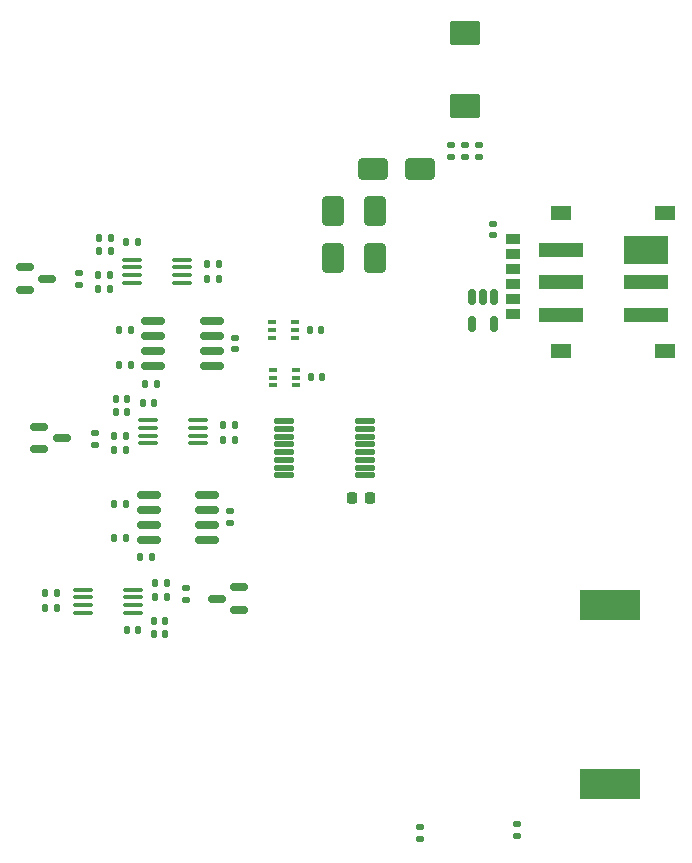
<source format=gbr>
%TF.GenerationSoftware,KiCad,Pcbnew,7.0.2*%
%TF.CreationDate,2023-12-12T15:06:56+03:00*%
%TF.ProjectId,BIM_PCB,42494d5f-5043-4422-9e6b-696361645f70,rev?*%
%TF.SameCoordinates,Original*%
%TF.FileFunction,Paste,Bot*%
%TF.FilePolarity,Positive*%
%FSLAX46Y46*%
G04 Gerber Fmt 4.6, Leading zero omitted, Abs format (unit mm)*
G04 Created by KiCad (PCBNEW 7.0.2) date 2023-12-12 15:06:56*
%MOMM*%
%LPD*%
G01*
G04 APERTURE LIST*
G04 Aperture macros list*
%AMRoundRect*
0 Rectangle with rounded corners*
0 $1 Rounding radius*
0 $2 $3 $4 $5 $6 $7 $8 $9 X,Y pos of 4 corners*
0 Add a 4 corners polygon primitive as box body*
4,1,4,$2,$3,$4,$5,$6,$7,$8,$9,$2,$3,0*
0 Add four circle primitives for the rounded corners*
1,1,$1+$1,$2,$3*
1,1,$1+$1,$4,$5*
1,1,$1+$1,$6,$7*
1,1,$1+$1,$8,$9*
0 Add four rect primitives between the rounded corners*
20,1,$1+$1,$2,$3,$4,$5,0*
20,1,$1+$1,$4,$5,$6,$7,0*
20,1,$1+$1,$6,$7,$8,$9,0*
20,1,$1+$1,$8,$9,$2,$3,0*%
G04 Aperture macros list end*
%ADD10RoundRect,0.140000X-0.140000X-0.170000X0.140000X-0.170000X0.140000X0.170000X-0.140000X0.170000X0*%
%ADD11R,0.650000X0.400000*%
%ADD12RoundRect,0.135000X-0.135000X-0.185000X0.135000X-0.185000X0.135000X0.185000X-0.135000X0.185000X0*%
%ADD13RoundRect,0.250000X1.025000X-0.787500X1.025000X0.787500X-1.025000X0.787500X-1.025000X-0.787500X0*%
%ADD14RoundRect,0.150000X-0.150000X0.512500X-0.150000X-0.512500X0.150000X-0.512500X0.150000X0.512500X0*%
%ADD15RoundRect,0.135000X0.135000X0.185000X-0.135000X0.185000X-0.135000X-0.185000X0.135000X-0.185000X0*%
%ADD16RoundRect,0.135000X0.185000X-0.135000X0.185000X0.135000X-0.185000X0.135000X-0.185000X-0.135000X0*%
%ADD17RoundRect,0.135000X-0.185000X0.135000X-0.185000X-0.135000X0.185000X-0.135000X0.185000X0.135000X0*%
%ADD18RoundRect,0.140000X0.140000X0.170000X-0.140000X0.170000X-0.140000X-0.170000X0.140000X-0.170000X0*%
%ADD19RoundRect,0.100000X-0.712500X-0.100000X0.712500X-0.100000X0.712500X0.100000X-0.712500X0.100000X0*%
%ADD20RoundRect,0.250000X0.650000X-1.000000X0.650000X1.000000X-0.650000X1.000000X-0.650000X-1.000000X0*%
%ADD21R,5.100000X2.500000*%
%ADD22RoundRect,0.125000X-0.762500X-0.125000X0.762500X-0.125000X0.762500X0.125000X-0.762500X0.125000X0*%
%ADD23RoundRect,0.150000X0.587500X0.150000X-0.587500X0.150000X-0.587500X-0.150000X0.587500X-0.150000X0*%
%ADD24RoundRect,0.250000X1.000000X0.650000X-1.000000X0.650000X-1.000000X-0.650000X1.000000X-0.650000X0*%
%ADD25RoundRect,0.140000X-0.170000X0.140000X-0.170000X-0.140000X0.170000X-0.140000X0.170000X0.140000X0*%
%ADD26RoundRect,0.140000X0.170000X-0.140000X0.170000X0.140000X-0.170000X0.140000X-0.170000X-0.140000X0*%
%ADD27RoundRect,0.150000X-0.587500X-0.150000X0.587500X-0.150000X0.587500X0.150000X-0.587500X0.150000X0*%
%ADD28RoundRect,0.150000X0.825000X0.150000X-0.825000X0.150000X-0.825000X-0.150000X0.825000X-0.150000X0*%
%ADD29RoundRect,0.225000X0.225000X0.250000X-0.225000X0.250000X-0.225000X-0.250000X0.225000X-0.250000X0*%
%ADD30RoundRect,0.100000X0.712500X0.100000X-0.712500X0.100000X-0.712500X-0.100000X0.712500X-0.100000X0*%
%ADD31R,3.700000X2.400000*%
%ADD32R,3.700000X1.300000*%
%ADD33R,1.200000X0.900000*%
%ADD34R,1.800000X1.300000*%
%ADD35RoundRect,0.250000X-0.650000X1.000000X-0.650000X-1.000000X0.650000X-1.000000X0.650000X1.000000X0*%
G04 APERTURE END LIST*
D10*
%TO.C,C34*%
X62130000Y-88650000D03*
X63090000Y-88650000D03*
%TD*%
%TO.C,C33*%
X62050000Y-84650000D03*
X63010000Y-84650000D03*
%TD*%
D11*
%TO.C,U14*%
X58950000Y-89350000D03*
X58950000Y-88700000D03*
X58950000Y-88050000D03*
X60850000Y-88050000D03*
X60850000Y-88700000D03*
X60850000Y-89350000D03*
%TD*%
%TO.C,U7*%
X58900000Y-85300000D03*
X58900000Y-84650000D03*
X58900000Y-84000000D03*
X60800000Y-84000000D03*
X60800000Y-84650000D03*
X60800000Y-85300000D03*
%TD*%
D12*
%TO.C,R64*%
X48927500Y-107300000D03*
X49947500Y-107300000D03*
%TD*%
D13*
%TO.C,C20*%
X75200000Y-65712500D03*
X75200000Y-59487500D03*
%TD*%
D14*
%TO.C,D6*%
X75750000Y-81862500D03*
X76700000Y-81862500D03*
X77650000Y-81862500D03*
X77650000Y-84137500D03*
X75750000Y-84137500D03*
%TD*%
D15*
%TO.C,R58*%
X55760000Y-93950000D03*
X54740000Y-93950000D03*
%TD*%
D10*
%TO.C,C50*%
X48857500Y-109300000D03*
X49817500Y-109300000D03*
%TD*%
D12*
%TO.C,R31*%
X53352500Y-79100001D03*
X54372500Y-79100001D03*
%TD*%
D16*
%TO.C,R3*%
X71362500Y-127774762D03*
X71362500Y-126754762D03*
%TD*%
D17*
%TO.C,R38*%
X42512500Y-79789999D03*
X42512500Y-80809999D03*
%TD*%
D15*
%TO.C,R44*%
X46910000Y-84700000D03*
X45890000Y-84700000D03*
%TD*%
D18*
%TO.C,C44*%
X48680001Y-103900000D03*
X47720001Y-103900000D03*
%TD*%
%TO.C,C31*%
X45192500Y-78000000D03*
X44232500Y-78000000D03*
%TD*%
D19*
%TO.C,U19*%
X42825000Y-108600000D03*
X42825000Y-107950000D03*
X42825000Y-107300000D03*
X42825000Y-106650000D03*
X47050000Y-106650000D03*
X47050000Y-107300000D03*
X47050000Y-107950000D03*
X47050000Y-108600000D03*
%TD*%
D20*
%TO.C,D10*%
X64000000Y-78582500D03*
X64000000Y-74582500D03*
%TD*%
D18*
%TO.C,C51*%
X47517500Y-110100000D03*
X46557500Y-110100000D03*
%TD*%
D17*
%TO.C,R4*%
X79612500Y-126464762D03*
X79612500Y-127484762D03*
%TD*%
D21*
%TO.C,BT1*%
X87500000Y-107900000D03*
X87500000Y-123100000D03*
%TD*%
D15*
%TO.C,R59*%
X46510000Y-102300000D03*
X45490000Y-102300000D03*
%TD*%
D10*
%TO.C,C49*%
X48857500Y-110400000D03*
X49817500Y-110400000D03*
%TD*%
D15*
%TO.C,R39*%
X45122500Y-79999999D03*
X44102500Y-79999999D03*
%TD*%
%TO.C,R12*%
X46510000Y-93600000D03*
X45490000Y-93600000D03*
%TD*%
D22*
%TO.C,U15*%
X59875000Y-96950000D03*
X59875000Y-96300000D03*
X59875000Y-95650000D03*
X59875000Y-95000000D03*
X59875000Y-94350000D03*
X59875000Y-93700000D03*
X59875000Y-93050000D03*
X59875000Y-92400000D03*
X66700000Y-92400000D03*
X66700000Y-93050000D03*
X66700000Y-93700000D03*
X66700000Y-94350000D03*
X66700000Y-95000000D03*
X66700000Y-95650000D03*
X66700000Y-96300000D03*
X66700000Y-96950000D03*
%TD*%
D18*
%TO.C,C24*%
X46580000Y-90500000D03*
X45620000Y-90500000D03*
%TD*%
D15*
%TO.C,R10*%
X46510000Y-94800000D03*
X45490000Y-94800000D03*
%TD*%
D18*
%TO.C,C30*%
X45192500Y-76900000D03*
X44232500Y-76900000D03*
%TD*%
D23*
%TO.C,D18*%
X56037500Y-106450000D03*
X56037500Y-108350000D03*
X54162500Y-107400000D03*
%TD*%
D12*
%TO.C,R9*%
X54740000Y-92700000D03*
X55760000Y-92700000D03*
%TD*%
D24*
%TO.C,D12*%
X71400000Y-71000000D03*
X67400000Y-71000000D03*
%TD*%
D15*
%TO.C,R61*%
X40697500Y-108200000D03*
X39677500Y-108200000D03*
%TD*%
D25*
%TO.C,C18*%
X75200000Y-69020000D03*
X75200000Y-69980000D03*
%TD*%
D26*
%TO.C,C43*%
X55300000Y-100980000D03*
X55300000Y-100020000D03*
%TD*%
D12*
%TO.C,R65*%
X39677500Y-106950000D03*
X40697500Y-106950000D03*
%TD*%
D18*
%TO.C,C25*%
X46580000Y-91600000D03*
X45620000Y-91600000D03*
%TD*%
D27*
%TO.C,D9*%
X37962500Y-81250000D03*
X37962500Y-79350000D03*
X39837500Y-80300000D03*
%TD*%
D15*
%TO.C,R43*%
X46910000Y-87600000D03*
X45890000Y-87600000D03*
%TD*%
D27*
%TO.C,D15*%
X39162500Y-94750000D03*
X39162500Y-92850000D03*
X41037500Y-93800000D03*
%TD*%
D28*
%TO.C,U13*%
X53375000Y-98595000D03*
X53375000Y-99865000D03*
X53375000Y-101135000D03*
X53375000Y-102405000D03*
X48425000Y-102405000D03*
X48425000Y-101135000D03*
X48425000Y-99865000D03*
X48425000Y-98595000D03*
%TD*%
D15*
%TO.C,R37*%
X45122500Y-81199999D03*
X44102500Y-81199999D03*
%TD*%
D26*
%TO.C,C26*%
X77600000Y-76630000D03*
X77600000Y-75670000D03*
%TD*%
D25*
%TO.C,C17*%
X74000000Y-69020000D03*
X74000000Y-69980000D03*
%TD*%
D10*
%TO.C,C42*%
X47920000Y-90800000D03*
X48880000Y-90800000D03*
%TD*%
D29*
%TO.C,C46*%
X67162500Y-98875000D03*
X65612500Y-98875000D03*
%TD*%
D26*
%TO.C,C40*%
X55700000Y-86280000D03*
X55700000Y-85320000D03*
%TD*%
D18*
%TO.C,C41*%
X49080000Y-89200000D03*
X48120000Y-89200000D03*
%TD*%
D17*
%TO.C,R11*%
X43900000Y-93390000D03*
X43900000Y-94410000D03*
%TD*%
D15*
%TO.C,R32*%
X54372500Y-80350000D03*
X53352500Y-80350000D03*
%TD*%
D30*
%TO.C,U5*%
X51225000Y-78700000D03*
X51225000Y-79350000D03*
X51225000Y-80000000D03*
X51225000Y-80650000D03*
X47000000Y-80650000D03*
X47000000Y-80000000D03*
X47000000Y-79350000D03*
X47000000Y-78700000D03*
%TD*%
D28*
%TO.C,U9*%
X53775000Y-83895000D03*
X53775000Y-85165000D03*
X53775000Y-86435000D03*
X53775000Y-87705000D03*
X48825000Y-87705000D03*
X48825000Y-86435000D03*
X48825000Y-85165000D03*
X48825000Y-83895000D03*
%TD*%
D16*
%TO.C,R63*%
X51537500Y-107510000D03*
X51537500Y-106490000D03*
%TD*%
D31*
%TO.C,J5*%
X90495000Y-77895000D03*
D32*
X83315000Y-77925000D03*
X90495000Y-80585000D03*
X83315000Y-80615000D03*
X83315000Y-83365000D03*
X90495000Y-83395000D03*
D33*
X79225000Y-76995000D03*
X79225000Y-79535000D03*
X79225000Y-82075000D03*
X79225000Y-78265000D03*
X79225000Y-80805000D03*
X79225000Y-83345000D03*
D34*
X92125000Y-74745000D03*
X83325000Y-74745000D03*
X92115000Y-86465000D03*
X83315000Y-86465000D03*
%TD*%
D15*
%TO.C,R60*%
X46510000Y-99400001D03*
X45490000Y-99400001D03*
%TD*%
D35*
%TO.C,D11*%
X67600000Y-74582500D03*
X67600000Y-78582500D03*
%TD*%
D12*
%TO.C,R62*%
X48927500Y-106100000D03*
X49947500Y-106100000D03*
%TD*%
D10*
%TO.C,C32*%
X46532500Y-77200000D03*
X47492500Y-77200000D03*
%TD*%
D25*
%TO.C,C19*%
X76400000Y-69020000D03*
X76400000Y-69980000D03*
%TD*%
D30*
%TO.C,U11*%
X52612500Y-92300000D03*
X52612500Y-92950000D03*
X52612500Y-93600000D03*
X52612500Y-94250000D03*
X48387500Y-94250000D03*
X48387500Y-93600000D03*
X48387500Y-92950000D03*
X48387500Y-92300000D03*
%TD*%
M02*

</source>
